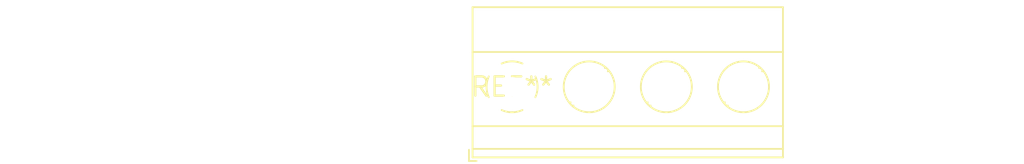
<source format=kicad_pcb>
(kicad_pcb (version 20240108) (generator pcbnew)
  (layers (0 "F.Cu" signal) (31 "B.Cu" signal) (34 "B.Paste" user) (35 "F.Paste" user) (36 "B.SilkS" user "B.Silkscreen") (37 "F.SilkS" user "F.Silkscreen") (38 "B.Mask" user) (39 "F.Mask" user) (44 "Edge.Cuts" user))
  (net 0 "")
  (footprint "TerminalBlock_Phoenix_MKDS-1,5-4-5.08_1x04_P5.08mm_Horizontal" (layer "F.Cu") (at 0 0)
    (property "Reference" "REF**")
    (property "Value" "TerminalBlock_Phoenix_MKDS-1,5-4-5.08_1x04_P5.08mm_Horizontal")
    (fp_line (start -2.84 4.16) (end -2.84 4.9) (layer "F.SilkS") (stroke (width 0.12)))
    (fp_line (start -2.84 4.9) (end -2.34 4.9) (layer "F.SilkS") (stroke (width 0.12)))
    (fp_line (start -2.6 -5.261) (end -2.6 4.66) (layer "F.SilkS") (stroke (width 0.12)))
    (fp_line (start -2.6 -5.261) (end 17.84 -5.261) (layer "F.SilkS") (stroke (width 0.12)))
    (fp_line (start -2.6 -2.301) (end 17.84 -2.301) (layer "F.SilkS") (stroke (width 0.12)))
    (fp_line (start -2.6 2.6) (end 17.84 2.6) (layer "F.SilkS") (stroke (width 0.12)))
    (fp_line (start -2.6 4.1) (end 17.84 4.1) (layer "F.SilkS") (stroke (width 0.12)))
    (fp_line (start -2.6 4.66) (end 17.84 4.66) (layer "F.SilkS") (stroke (width 0.12)))
    (fp_line (start 3.853 1.023) (end 3.806 1.069) (layer "F.SilkS") (stroke (width 0.12)))
    (fp_line (start 4.046 1.239) (end 4.011 1.274) (layer "F.SilkS") (stroke (width 0.12)))
    (fp_line (start 6.15 -1.275) (end 6.115 -1.239) (layer "F.SilkS") (stroke (width 0.12)))
    (fp_line (start 6.355 -1.069) (end 6.308 -1.023) (layer "F.SilkS") (stroke (width 0.12)))
    (fp_line (start 8.933 1.023) (end 8.886 1.069) (layer "F.SilkS") (stroke (width 0.12)))
    (fp_line (start 9.126 1.239) (end 9.091 1.274) (layer "F.SilkS") (stroke (width 0.12)))
    (fp_line (start 11.23 -1.275) (end 11.195 -1.239) (layer "F.SilkS") (stroke (width 0.12)))
    (fp_line (start 11.435 -1.069) (end 11.388 -1.023) (layer "F.SilkS") (stroke (width 0.12)))
    (fp_line (start 14.013 1.023) (end 13.966 1.069) (layer "F.SilkS") (stroke (width 0.12)))
    (fp_line (start 14.206 1.239) (end 14.171 1.274) (layer "F.SilkS") (stroke (width 0.12)))
    (fp_line (start 16.31 -1.275) (end 16.275 -1.239) (layer "F.SilkS") (stroke (width 0.12)))
    (fp_line (start 16.515 -1.069) (end 16.468 -1.023) (layer "F.SilkS") (stroke (width 0.12)))
    (fp_line (start 17.84 -5.261) (end 17.84 4.66) (layer "F.SilkS") (stroke (width 0.12)))
    (fp_arc (start -1.535427 0.683042) (mid -1.680501 -0.000524) (end -1.535 -0.684) (layer "F.SilkS") (stroke (width 0.12)))
    (fp_arc (start -0.683042 -1.535427) (mid 0.000524 -1.680501) (end 0.684 -1.535) (layer "F.SilkS") (stroke (width 0.12)))
    (fp_arc (start 0.028805 1.680253) (mid -0.335551 1.646659) (end -0.684 1.535) (layer "F.SilkS") (stroke (width 0.12)))
    (fp_arc (start 0.683318 1.534756) (mid 0.349292 1.643288) (end 0 1.68) (layer "F.SilkS") (stroke (width 0.12)))
    (fp_arc (start 1.535427 -0.683042) (mid 1.680501 0.000524) (end 1.535 0.684) (layer "F.SilkS") (stroke (width 0.12)))
    (fp_circle (center 5.08 0) (end 6.76 0) (layer "F.SilkS") (stroke (width 0.12)) (fill none))
    (fp_circle (center 10.16 0) (end 11.84 0) (layer "F.SilkS") (stroke (width 0.12)) (fill none))
    (fp_circle (center 15.24 0) (end 16.92 0) (layer "F.SilkS") (stroke (width 0.12)) (fill none))
    (pad "1" thru_hole rect (at 0 0) (size 2.6 2.6) (drill 1.3) (layers *.Cu *.Mask) (remove_unused_layers))
    (pad "2" thru_hole circle (at 5.08 0) (size 2.6 2.6) (drill 1.3) (layers *.Cu *.Mask) (remove_unused_layers))
    (pad "3" thru_hole circle (at 10.16 0) (size 2.6 2.6) (drill 1.3) (layers *.Cu *.Mask) (remove_unused_layers))
    (pad "4" thru_hole circle (at 15.24 0) (size 2.6 2.6) (drill 1.3) (layers *.Cu *.Mask) (remove_unused_layers))
  )
)
</source>
